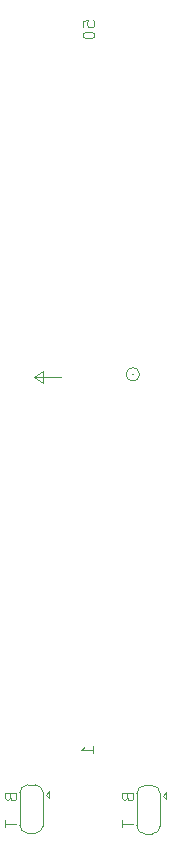
<source format=gbr>
%TF.GenerationSoftware,KiCad,Pcbnew,9.0.4*%
%TF.CreationDate,2025-11-09T10:18:35+13:00*%
%TF.ProjectId,AWS_CPU_Jumper,4157535f-4350-4555-9f4a-756d7065722e,rev?*%
%TF.SameCoordinates,Original*%
%TF.FileFunction,Legend,Bot*%
%TF.FilePolarity,Positive*%
%FSLAX46Y46*%
G04 Gerber Fmt 4.6, Leading zero omitted, Abs format (unit mm)*
G04 Created by KiCad (PCBNEW 9.0.4) date 2025-11-09 10:18:35*
%MOMM*%
%LPD*%
G01*
G04 APERTURE LIST*
%ADD10C,0.100000*%
%ADD11C,0.120000*%
G04 APERTURE END LIST*
D10*
X124968000Y-95504000D02*
X125730000Y-94996000D01*
X127254000Y-95504000D02*
X124968000Y-95504000D01*
X133350000Y-95250000D02*
G75*
G02*
X133230078Y-95250000I-59961J0D01*
G01*
X133230078Y-95250000D02*
G75*
G02*
X133350000Y-95250000I59961J0D01*
G01*
X125730000Y-94996000D02*
X125730000Y-96012000D01*
X125730000Y-96012000D02*
X124968000Y-95504000D01*
X133858000Y-95250000D02*
G75*
G02*
X132722078Y-95250000I-567961J0D01*
G01*
X132722078Y-95250000D02*
G75*
G02*
X133858000Y-95250000I567961J0D01*
G01*
X132825609Y-131066217D02*
X132873228Y-131209074D01*
X132873228Y-131209074D02*
X132920847Y-131256693D01*
X132920847Y-131256693D02*
X133016085Y-131304312D01*
X133016085Y-131304312D02*
X133158942Y-131304312D01*
X133158942Y-131304312D02*
X133254180Y-131256693D01*
X133254180Y-131256693D02*
X133301800Y-131209074D01*
X133301800Y-131209074D02*
X133349419Y-131113836D01*
X133349419Y-131113836D02*
X133349419Y-130732884D01*
X133349419Y-130732884D02*
X132349419Y-130732884D01*
X132349419Y-130732884D02*
X132349419Y-131066217D01*
X132349419Y-131066217D02*
X132397038Y-131161455D01*
X132397038Y-131161455D02*
X132444657Y-131209074D01*
X132444657Y-131209074D02*
X132539895Y-131256693D01*
X132539895Y-131256693D02*
X132635133Y-131256693D01*
X132635133Y-131256693D02*
X132730371Y-131209074D01*
X132730371Y-131209074D02*
X132777990Y-131161455D01*
X132777990Y-131161455D02*
X132825609Y-131066217D01*
X132825609Y-131066217D02*
X132825609Y-130732884D01*
X129920419Y-127319693D02*
X129920419Y-126748265D01*
X129920419Y-127033979D02*
X128920419Y-127033979D01*
X128920419Y-127033979D02*
X129063276Y-126938741D01*
X129063276Y-126938741D02*
X129158514Y-126843503D01*
X129158514Y-126843503D02*
X129206133Y-126748265D01*
X122443419Y-133003027D02*
X122443419Y-133574455D01*
X123443419Y-133288741D02*
X122443419Y-133288741D01*
X129047419Y-65804074D02*
X129047419Y-65327884D01*
X129047419Y-65327884D02*
X129523609Y-65280265D01*
X129523609Y-65280265D02*
X129475990Y-65327884D01*
X129475990Y-65327884D02*
X129428371Y-65423122D01*
X129428371Y-65423122D02*
X129428371Y-65661217D01*
X129428371Y-65661217D02*
X129475990Y-65756455D01*
X129475990Y-65756455D02*
X129523609Y-65804074D01*
X129523609Y-65804074D02*
X129618847Y-65851693D01*
X129618847Y-65851693D02*
X129856942Y-65851693D01*
X129856942Y-65851693D02*
X129952180Y-65804074D01*
X129952180Y-65804074D02*
X129999800Y-65756455D01*
X129999800Y-65756455D02*
X130047419Y-65661217D01*
X130047419Y-65661217D02*
X130047419Y-65423122D01*
X130047419Y-65423122D02*
X129999800Y-65327884D01*
X129999800Y-65327884D02*
X129952180Y-65280265D01*
X129047419Y-66470741D02*
X129047419Y-66565979D01*
X129047419Y-66565979D02*
X129095038Y-66661217D01*
X129095038Y-66661217D02*
X129142657Y-66708836D01*
X129142657Y-66708836D02*
X129237895Y-66756455D01*
X129237895Y-66756455D02*
X129428371Y-66804074D01*
X129428371Y-66804074D02*
X129666466Y-66804074D01*
X129666466Y-66804074D02*
X129856942Y-66756455D01*
X129856942Y-66756455D02*
X129952180Y-66708836D01*
X129952180Y-66708836D02*
X129999800Y-66661217D01*
X129999800Y-66661217D02*
X130047419Y-66565979D01*
X130047419Y-66565979D02*
X130047419Y-66470741D01*
X130047419Y-66470741D02*
X129999800Y-66375503D01*
X129999800Y-66375503D02*
X129952180Y-66327884D01*
X129952180Y-66327884D02*
X129856942Y-66280265D01*
X129856942Y-66280265D02*
X129666466Y-66232646D01*
X129666466Y-66232646D02*
X129428371Y-66232646D01*
X129428371Y-66232646D02*
X129237895Y-66280265D01*
X129237895Y-66280265D02*
X129142657Y-66327884D01*
X129142657Y-66327884D02*
X129095038Y-66375503D01*
X129095038Y-66375503D02*
X129047419Y-66470741D01*
X122919609Y-131066217D02*
X122967228Y-131209074D01*
X122967228Y-131209074D02*
X123014847Y-131256693D01*
X123014847Y-131256693D02*
X123110085Y-131304312D01*
X123110085Y-131304312D02*
X123252942Y-131304312D01*
X123252942Y-131304312D02*
X123348180Y-131256693D01*
X123348180Y-131256693D02*
X123395800Y-131209074D01*
X123395800Y-131209074D02*
X123443419Y-131113836D01*
X123443419Y-131113836D02*
X123443419Y-130732884D01*
X123443419Y-130732884D02*
X122443419Y-130732884D01*
X122443419Y-130732884D02*
X122443419Y-131066217D01*
X122443419Y-131066217D02*
X122491038Y-131161455D01*
X122491038Y-131161455D02*
X122538657Y-131209074D01*
X122538657Y-131209074D02*
X122633895Y-131256693D01*
X122633895Y-131256693D02*
X122729133Y-131256693D01*
X122729133Y-131256693D02*
X122824371Y-131209074D01*
X122824371Y-131209074D02*
X122871990Y-131161455D01*
X122871990Y-131161455D02*
X122919609Y-131066217D01*
X122919609Y-131066217D02*
X122919609Y-130732884D01*
X132349419Y-133003027D02*
X132349419Y-133574455D01*
X133349419Y-133288741D02*
X132349419Y-133288741D01*
D11*
%TO.C,JP1*%
X133620000Y-130710000D02*
X133620000Y-133510000D01*
X134320000Y-134160000D02*
X134920000Y-134160000D01*
X134920000Y-130060000D02*
X134320000Y-130060000D01*
X135620000Y-133510000D02*
X135620000Y-130710000D01*
X135820000Y-130910000D02*
X136120000Y-130610000D01*
X135820000Y-130910000D02*
X136120000Y-131210000D01*
X136120000Y-130610000D02*
X136120000Y-131210000D01*
X133620000Y-130760000D02*
G75*
G02*
X134320000Y-130060000I699999J1D01*
G01*
X134320000Y-134160000D02*
G75*
G02*
X133620000Y-133460000I0J700000D01*
G01*
X134920000Y-130060000D02*
G75*
G02*
X135620000Y-130760000I1J-699999D01*
G01*
X135620000Y-133460000D02*
G75*
G02*
X134920000Y-134160000I-700000J0D01*
G01*
%TO.C,JP2*%
X123714000Y-130650000D02*
X123714000Y-133450000D01*
X124414000Y-134100000D02*
X125014000Y-134100000D01*
X125014000Y-130000000D02*
X124414000Y-130000000D01*
X125714000Y-133450000D02*
X125714000Y-130650000D01*
X125914000Y-130850000D02*
X126214000Y-130550000D01*
X125914000Y-130850000D02*
X126214000Y-131150000D01*
X126214000Y-130550000D02*
X126214000Y-131150000D01*
X123714000Y-130700000D02*
G75*
G02*
X124414000Y-130000000I699999J1D01*
G01*
X124414000Y-134100000D02*
G75*
G02*
X123714000Y-133400000I0J700000D01*
G01*
X125014000Y-130000000D02*
G75*
G02*
X125714000Y-130700000I1J-699999D01*
G01*
X125714000Y-133400000D02*
G75*
G02*
X125014000Y-134100000I-700000J0D01*
G01*
%TD*%
M02*

</source>
